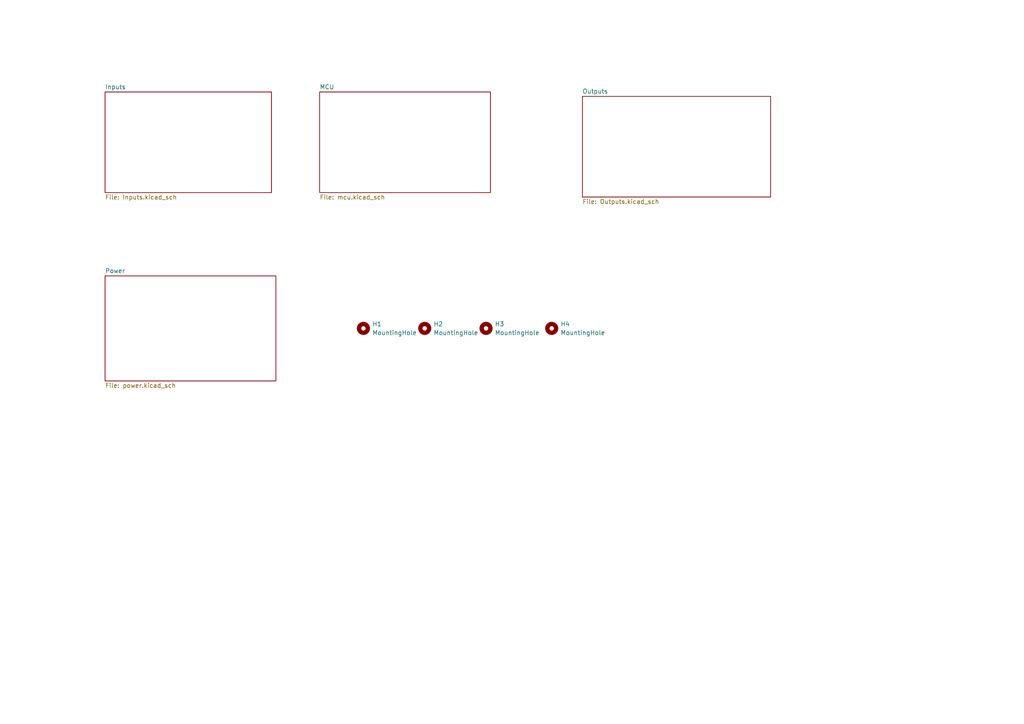
<source format=kicad_sch>
(kicad_sch (version 20231120) (generator "eeschema") (generator_version "8.0")
  (paper "A4")
  (lib_symbols
    (symbol "Mechanical:MountingHole" (pin_names (offset 1.016)) (exclude_from_sim yes) (in_bom no)
      (property "Reference" "H" (at 0 5.08 0))
      (property "Value" "MountingHole" (at 0 3.175 0))
      (symbol "MountingHole_0_1"
        (circle (center 0 0) (radius 1.27) (stroke (width 1.27)))
      )
    )
  )
  (symbol (lib_id "Mechanical:MountingHole") (at 123.19 95.25 0) (unit 1) (exclude_from_sim yes) (in_bom no)
    (property "Reference" "H2" (at 125.73 93.9799 0) (effects (justify left)))
    (property "Value" "MountingHole" (at 125.73 96.5199 0) (effects (justify left)))
    (property "Footprint" "MountingHole:MountingHole_2.1mm" (effects (hide yes)))
    (property "Description" "Mounting Hole without connection" (effects (hide yes)))
  )
  (symbol (lib_id "Mechanical:MountingHole") (at 105.41 95.25 0) (unit 1) (exclude_from_sim yes) (in_bom no)
    (property "Reference" "H1" (at 107.95 93.9799 0) (effects (justify left)))
    (property "Value" "MountingHole" (at 107.95 96.5199 0) (effects (justify left)))
    (property "Footprint" "MountingHole:MountingHole_2.1mm" (effects (hide yes)))
    (property "Description" "Mounting Hole without connection" (effects (hide yes)))
  )
  (symbol (lib_id "Mechanical:MountingHole") (at 140.97 95.25 0) (unit 1) (exclude_from_sim yes) (in_bom no)
    (property "Reference" "H3" (at 143.51 93.9799 0) (effects (justify left)))
    (property "Value" "MountingHole" (at 143.51 96.5199 0) (effects (justify left)))
    (property "Footprint" "MountingHole:MountingHole_2.1mm" (effects (hide yes)))
    (property "Description" "Mounting Hole without connection" (effects (hide yes)))
  )
  (symbol (lib_id "Mechanical:MountingHole") (at 160.02 95.25 0) (unit 1) (exclude_from_sim yes) (in_bom no)
    (property "Reference" "H4" (at 162.56 93.9799 0) (effects (justify left)))
    (property "Value" "MountingHole" (at 162.56 96.5199 0) (effects (justify left)))
    (property "Footprint" "MountingHole:MountingHole_2.1mm" (effects (hide yes)))
    (property "Description" "Mounting Hole without connection" (effects (hide yes)))
  )
  (sheet (at 30.48 26.67) (size 48.26 29.21) (stroke (width 0.1524))
    (property "Sheetname" "Inputs" (at 30.48 25.9584 0) (effects (justify left bottom)))
    (property "Sheetfile" "Inputs.kicad_sch" (at 30.48 56.4646 0) (effects (justify left top)))
  )
  (sheet (at 168.91 27.94) (size 54.61 29.21) (stroke (width 0.1524))
    (property "Sheetname" "Outputs" (at 168.91 27.2284 0) (effects (justify left bottom)))
    (property "Sheetfile" "Outputs.kicad_sch" (at 168.91 57.7346 0) (effects (justify left top)))
  )
  (sheet (at 92.71 26.67) (size 49.53 29.21) (stroke (width 0.1524))
    (property "Sheetname" "MCU" (at 92.71 25.9584 0) (effects (justify left bottom)))
    (property "Sheetfile" "mcu.kicad_sch" (at 92.71 56.4646 0) (effects (justify left top)))
  )
  (sheet (at 30.48 80.01) (size 49.53 30.48) (stroke (width 0.1524))
    (property "Sheetname" "Power" (at 30.48 79.2984 0) (effects (justify left bottom)))
    (property "Sheetfile" "power.kicad_sch" (at 30.48 111.0746 0) (effects (justify left top)))
  )
)
</source>
